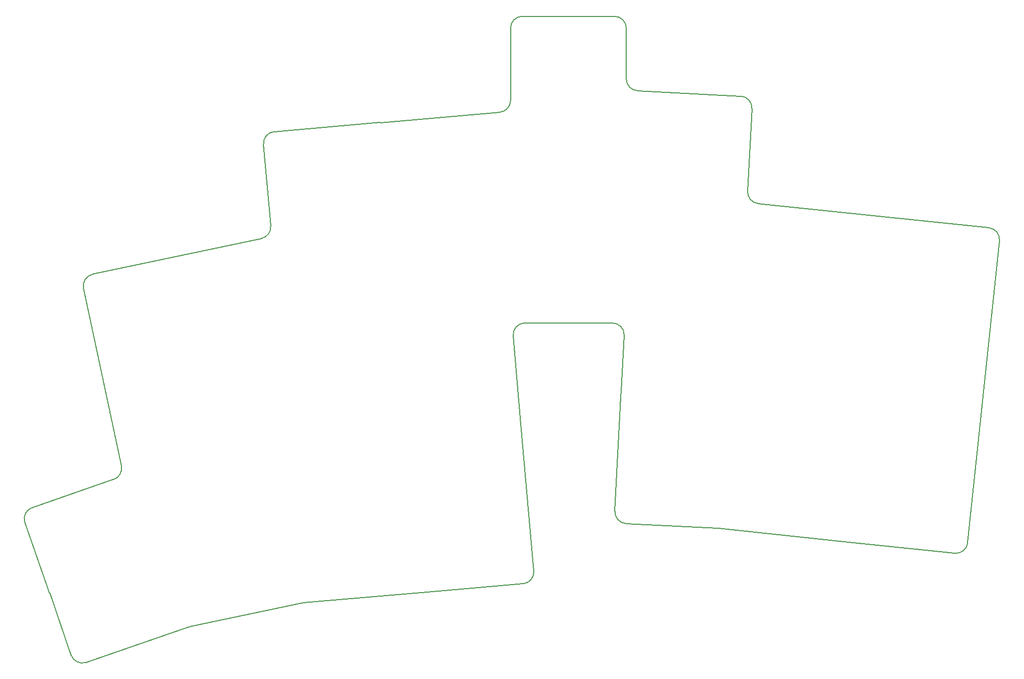
<source format=gbr>
%TF.GenerationSoftware,KiCad,Pcbnew,(6.0.7-1)-1*%
%TF.CreationDate,2022-09-15T11:19:35-04:00*%
%TF.ProjectId,skyline_pcb_right,736b796c-696e-4655-9f70-63625f726967,v1.0.0*%
%TF.SameCoordinates,Original*%
%TF.FileFunction,Profile,NP*%
%FSLAX46Y46*%
G04 Gerber Fmt 4.6, Leading zero omitted, Abs format (unit mm)*
G04 Created by KiCad (PCBNEW (6.0.7-1)-1) date 2022-09-15 11:19:35*
%MOMM*%
%LPD*%
G01*
G04 APERTURE LIST*
%TA.AperFunction,Profile*%
%ADD10C,0.150000*%
%TD*%
G04 APERTURE END LIST*
D10*
X141125464Y-178562961D02*
X141220016Y-178530404D01*
X146937292Y-126821945D02*
X153341655Y-156952107D01*
X221396754Y-176925042D02*
G75*
G03*
X223214832Y-174758328I-174254J1992342D01*
G01*
X238882503Y-82703441D02*
X238882503Y-91326634D01*
X148477756Y-124449792D02*
G75*
G03*
X146937292Y-126821945I415844J-1956308D01*
G01*
X238526216Y-134808110D02*
G75*
G03*
X236529013Y-132703441I-1997216J104710D01*
G01*
X220861627Y-147861071D02*
X220948782Y-148857266D01*
X221282503Y-80703441D02*
X236882503Y-80703441D01*
X259434595Y-110357073D02*
X260169047Y-96342888D01*
X177436186Y-102422942D02*
X178645200Y-116242043D01*
X152036497Y-159258971D02*
G75*
G03*
X153341655Y-156952107I-651197J1891071D01*
G01*
X136990748Y-166554875D02*
X141125464Y-178562961D01*
X144833799Y-189025669D02*
G75*
G03*
X147375996Y-190265561I1891101J651269D01*
G01*
X147375996Y-190265561D02*
X164704714Y-184298805D01*
X277321043Y-169948492D02*
X294526272Y-171756834D01*
X164940027Y-184233547D02*
X184234874Y-180132301D01*
X238031446Y-144249950D02*
X238526272Y-134808113D01*
X221718123Y-132703441D02*
X236529013Y-132703441D01*
X302107535Y-118758964D02*
G75*
G03*
X300327601Y-116560869I-1989035J209064D01*
G01*
X164940027Y-184233548D02*
G75*
G03*
X164704714Y-184298805I415473J-1955052D01*
G01*
X238856380Y-166723924D02*
X254331332Y-167534932D01*
X237979110Y-145248580D02*
X238031446Y-144249950D01*
X184236077Y-180146052D02*
X184234874Y-180132301D01*
X221282503Y-80703503D02*
G75*
G03*
X219282503Y-82703441I-103J-1999897D01*
G01*
X238882559Y-82703441D02*
G75*
G03*
X236882503Y-80703441I-1999959J41D01*
G01*
X254435717Y-167543147D02*
G75*
G03*
X254331332Y-167534932I-209217J-1991253D01*
G01*
X259434590Y-110357073D02*
G75*
G03*
X261222797Y-112450788I1997310J-104627D01*
G01*
X179254264Y-100256241D02*
X197185768Y-98687438D01*
X221718124Y-132703428D02*
G75*
G03*
X219725733Y-134877752I76J-2000072D01*
G01*
X177068634Y-118372649D02*
X148477764Y-124449826D01*
X197185768Y-98687438D02*
X197190126Y-98737247D01*
X141220016Y-178530404D02*
X144833822Y-189025661D01*
X238882561Y-91326634D02*
G75*
G03*
X240777831Y-93323893I2000039J34D01*
G01*
X219282503Y-82703441D02*
X219282503Y-94971752D01*
X177068652Y-118372733D02*
G75*
G03*
X178645200Y-116242043I-415752J1956233D01*
G01*
X260169041Y-96342888D02*
G75*
G03*
X258276460Y-94240957I-1997241J104688D01*
G01*
X184236077Y-180146052D02*
X204159971Y-178402937D01*
X261222797Y-112450788D02*
X283122373Y-114752526D01*
X283122373Y-114752527D02*
X300327601Y-116560869D01*
X179254266Y-100256276D02*
G75*
G03*
X177436186Y-102422942I174234J-1992324D01*
G01*
X138230650Y-164012705D02*
G75*
G03*
X136990748Y-166554875I651050J-1890995D01*
G01*
X236963876Y-164621997D02*
G75*
G03*
X238856380Y-166723924I1997224J-104703D01*
G01*
X220948782Y-148857266D02*
X223214832Y-174758328D01*
X197190126Y-98737247D02*
X217456815Y-96964142D01*
X204162585Y-178432823D02*
X204159971Y-178402937D01*
X217456810Y-96964093D02*
G75*
G03*
X219282503Y-94971752I-174310J1992393D01*
G01*
X152036497Y-159258967D02*
X138230649Y-164012702D01*
X236963793Y-164621993D02*
X237979110Y-145248580D01*
X296724372Y-169976847D02*
X302107588Y-118758970D01*
X294526268Y-171756874D02*
G75*
G03*
X296724372Y-169976847I209032J1989074D01*
G01*
X204162585Y-178432823D02*
X221396754Y-176925029D01*
X219725733Y-134877752D02*
X220861627Y-147861071D01*
X240777831Y-93323893D02*
X258276460Y-94240957D01*
X254435717Y-167543147D02*
X277321043Y-169948492D01*
M02*

</source>
